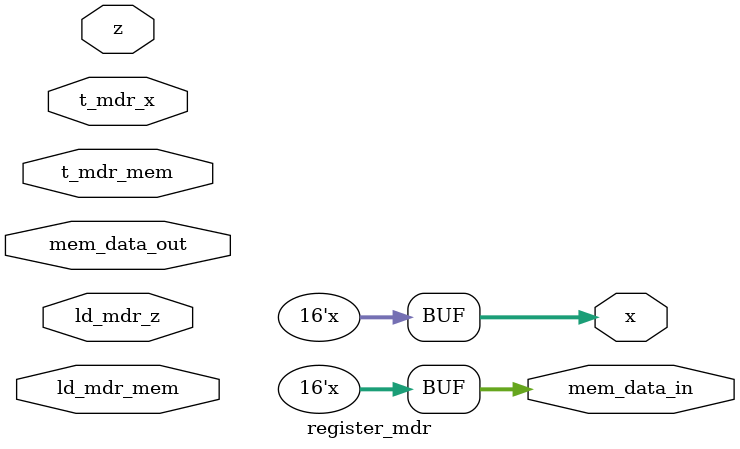
<source format=v>
`timescale 1ns / 1ps

module register_mdr(mem_data_out, z, ld_mdr_z, ld_mdr_mem, t_mdr_mem, t_mdr_x, mem_data_in, x);

reg [15:0] reg_data; // data in register

input [15:0] mem_data_out, z;
input ld_mdr_z, ld_mdr_mem, t_mdr_mem, t_mdr_x;
output [15:0] mem_data_in, x;
reg [15:0] mem_data_in, x;

always @(*)
		begin
			if(ld_mdr_z == 1)
				reg_data <= z;
			else  reg_data <= reg_data;
			
			if(t_mdr_x == 1)
				x <= reg_data;
			//else assign reg_data = reg_data;
			
			if(ld_mdr_mem == 1)
				reg_data <= mem_data_out;
			else  reg_data <= reg_data;
			
			if(t_mdr_mem == 1)
				mem_data_in <= reg_data;
			//else assign reg_data = reg_data;
			
	
		end

endmodule

</source>
